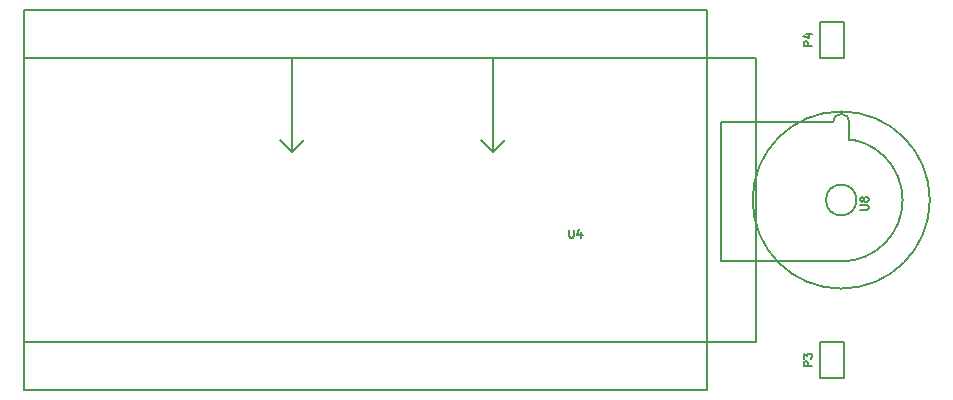
<source format=gto>
G04 #@! TF.FileFunction,Legend,Top*
%FSLAX46Y46*%
G04 Gerber Fmt 4.6, Leading zero omitted, Abs format (unit mm)*
G04 Created by KiCad (PCBNEW 4.0.4-stable) date 10/29/16 22:21:33*
%MOMM*%
%LPD*%
G01*
G04 APERTURE LIST*
%ADD10C,0.100000*%
%ADD11C,0.200000*%
%ADD12C,0.150000*%
G04 APERTURE END LIST*
D10*
D11*
X100000000Y-71750000D02*
X100000000Y-95750000D01*
X162000000Y-71750000D02*
X100000000Y-71750000D01*
X162000000Y-95750000D02*
X162000000Y-71750000D01*
X100000000Y-95750000D02*
X162000000Y-95750000D01*
D12*
X123700000Y-78650000D02*
X122700000Y-79650000D01*
X122700000Y-79650000D02*
X121700000Y-78650000D01*
X122700000Y-71650000D02*
X122700000Y-79650000D01*
X139700000Y-79650000D02*
X138700000Y-78650000D01*
X139700000Y-71650000D02*
X139700000Y-79650000D01*
X139700000Y-79650000D02*
X140700000Y-78650000D01*
X100000000Y-99800000D02*
X157800000Y-99800000D01*
X157800000Y-99800000D02*
X157800000Y-67700000D01*
X157800000Y-67700000D02*
X100000000Y-67700000D01*
X100000000Y-67700000D02*
X100000000Y-99800000D01*
X170500000Y-83750000D02*
G75*
G03X170500000Y-83750000I-1300000J0D01*
G01*
X169900000Y-77150000D02*
X169900000Y-78650000D01*
X169900000Y-78650000D02*
X170200000Y-78650000D01*
X174300000Y-84750000D02*
G75*
G03X170200000Y-78650000I-5100000J1000000D01*
G01*
X159000000Y-88950000D02*
X169200000Y-88950000D01*
X169200000Y-88950000D02*
G75*
G03X174400000Y-83750000I0J5200000D01*
G01*
X168500000Y-77150000D02*
X165600000Y-77150000D01*
X169900000Y-77150000D02*
G75*
G03X169200000Y-76450000I-700000J0D01*
G01*
X169200000Y-76450000D02*
G75*
G03X168500000Y-77150000I0J-700000D01*
G01*
X159000000Y-88950000D02*
X159000000Y-77150000D01*
X159000000Y-77150000D02*
X165600000Y-77150000D01*
X176700000Y-83750000D02*
G75*
G03X176700000Y-83750000I-7500000J0D01*
G01*
X167400000Y-98800000D02*
X167400000Y-95800000D01*
X167400000Y-95800000D02*
X169400000Y-95800000D01*
X169400000Y-95800000D02*
X169400000Y-98800000D01*
X169400000Y-98800000D02*
X167400000Y-98800000D01*
X167400000Y-71700000D02*
X167400000Y-68700000D01*
X167400000Y-68700000D02*
X169400000Y-68700000D01*
X169400000Y-68700000D02*
X169400000Y-71700000D01*
X169400000Y-71700000D02*
X167400000Y-71700000D01*
X146166667Y-86266667D02*
X146166667Y-86833333D01*
X146200000Y-86900000D01*
X146233333Y-86933333D01*
X146300000Y-86966667D01*
X146433333Y-86966667D01*
X146500000Y-86933333D01*
X146533333Y-86900000D01*
X146566667Y-86833333D01*
X146566667Y-86266667D01*
X147200000Y-86500000D02*
X147200000Y-86966667D01*
X147033333Y-86233333D02*
X146866666Y-86733333D01*
X147300000Y-86733333D01*
X170816667Y-84583333D02*
X171383333Y-84583333D01*
X171450000Y-84550000D01*
X171483333Y-84516667D01*
X171516667Y-84450000D01*
X171516667Y-84316667D01*
X171483333Y-84250000D01*
X171450000Y-84216667D01*
X171383333Y-84183333D01*
X170816667Y-84183333D01*
X171116667Y-83750000D02*
X171083333Y-83816667D01*
X171050000Y-83850000D01*
X170983333Y-83883334D01*
X170950000Y-83883334D01*
X170883333Y-83850000D01*
X170850000Y-83816667D01*
X170816667Y-83750000D01*
X170816667Y-83616667D01*
X170850000Y-83550000D01*
X170883333Y-83516667D01*
X170950000Y-83483334D01*
X170983333Y-83483334D01*
X171050000Y-83516667D01*
X171083333Y-83550000D01*
X171116667Y-83616667D01*
X171116667Y-83750000D01*
X171150000Y-83816667D01*
X171183333Y-83850000D01*
X171250000Y-83883334D01*
X171383333Y-83883334D01*
X171450000Y-83850000D01*
X171483333Y-83816667D01*
X171516667Y-83750000D01*
X171516667Y-83616667D01*
X171483333Y-83550000D01*
X171450000Y-83516667D01*
X171383333Y-83483334D01*
X171250000Y-83483334D01*
X171183333Y-83516667D01*
X171150000Y-83550000D01*
X171116667Y-83616667D01*
X166716667Y-97816666D02*
X166016667Y-97816666D01*
X166016667Y-97550000D01*
X166050000Y-97483333D01*
X166083333Y-97450000D01*
X166150000Y-97416666D01*
X166250000Y-97416666D01*
X166316667Y-97450000D01*
X166350000Y-97483333D01*
X166383333Y-97550000D01*
X166383333Y-97816666D01*
X166016667Y-97183333D02*
X166016667Y-96750000D01*
X166283333Y-96983333D01*
X166283333Y-96883333D01*
X166316667Y-96816666D01*
X166350000Y-96783333D01*
X166416667Y-96750000D01*
X166583333Y-96750000D01*
X166650000Y-96783333D01*
X166683333Y-96816666D01*
X166716667Y-96883333D01*
X166716667Y-97083333D01*
X166683333Y-97150000D01*
X166650000Y-97183333D01*
X166716667Y-70716666D02*
X166016667Y-70716666D01*
X166016667Y-70450000D01*
X166050000Y-70383333D01*
X166083333Y-70350000D01*
X166150000Y-70316666D01*
X166250000Y-70316666D01*
X166316667Y-70350000D01*
X166350000Y-70383333D01*
X166383333Y-70450000D01*
X166383333Y-70716666D01*
X166250000Y-69716666D02*
X166716667Y-69716666D01*
X165983333Y-69883333D02*
X166483333Y-70050000D01*
X166483333Y-69616666D01*
M02*

</source>
